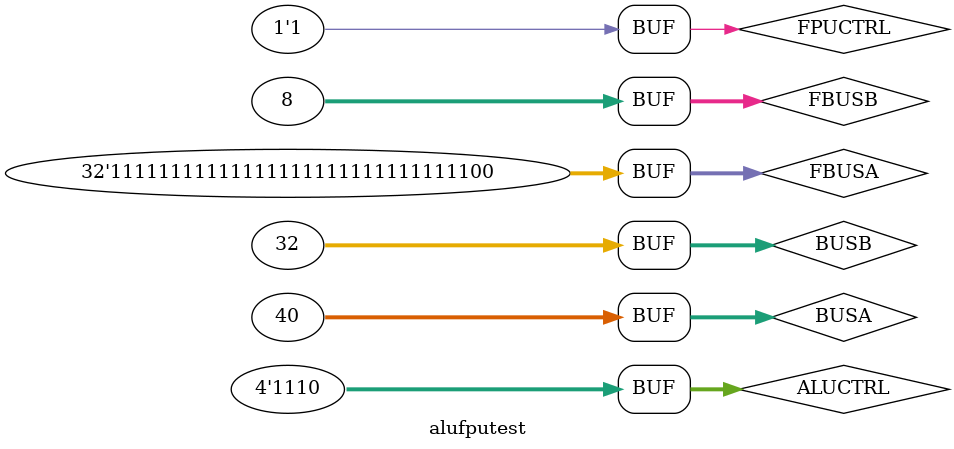
<source format=v>
module alufputest;
        reg [31:0] BUSA, BUSB, FBUSA, FBUSB;
	reg [3:0] ALUCTRL;
        reg FPUCTRL;
        wire [31:0] FPUOUT, ALUOUT;
	wire BRANCH;

        alufpu ALUFPU(.busA(BUSA), .busB(BUSB), .ALUctrl(ALUCTRL), .fbusA(FBUSA), .fbusB(FBUSB), .FPUctrl(FPUCTRL), .ALUout(ALUOUT), .FPUout(FPUOUT), .branch(BRANCH));

       initial begin
        $monitor("BUSA = %d BUSB = %d ALUCTRL = %b ALUOUT = %d FPUCTRL = %b FPUOUT = %d", BUSA, BUSB, ALUCTRL, ALUOUT, FPUCTRL, FPUOUT);
        #0 BUSA=2; BUSB=4; ALUCTRL=0;
	#1 BUSA=$signed(-1); ALUCTRL=1;
	#1 ALUCTRL=2;
	#1 BUSA=28; ALUCTRL=3;
	#1 BUSA=36; ALUCTRL=4;
	#1 BUSA=32; BUSB=0; ALUCTRL=5;
	#1 BUSB=36; ALUCTRL=6;
	#1 BUSA=4; ALUCTRL=7;
	#1 ALUCTRL=12;
	#1 BUSA=40;
	#1 BUSA=36;
	#1 BUSB=40; ALUCTRL=13;
	#1 BUSA=41;
	#1 BUSA=40;
	#1 BUSB=32; ALUCTRL=14;

	#1 FBUSA=-4; FBUSB=8; FPUCTRL=0;
	#1 FBUSB=-8;
	#1 FPUCTRL=1; FBUSB=8;
        end
endmodule


</source>
